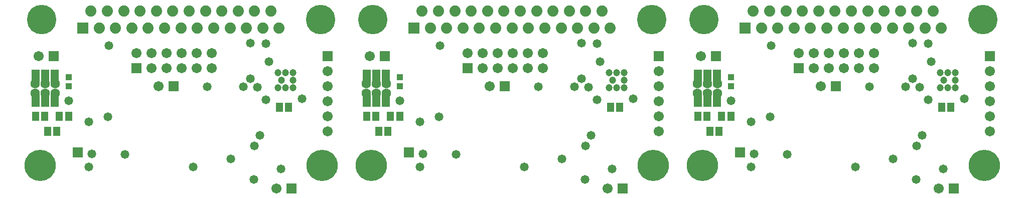
<source format=gbs>
%FSLAX24Y24*%
%MOIN*%
G70*
G01*
G75*
G04 Layer_Color=16711935*
%ADD10O,0.0940X0.0250*%
%ADD11R,0.0940X0.0250*%
%ADD12R,0.0385X0.0520*%
%ADD13R,0.0520X0.0385*%
%ADD14R,0.0787X0.0315*%
%ADD15R,0.1102X0.0315*%
%ADD16R,0.0315X0.0787*%
%ADD17R,0.0748X0.1339*%
%ADD18O,0.0138X0.0512*%
%ADD19O,0.0512X0.0138*%
%ADD20R,0.0906X0.0906*%
%ADD21R,0.0270X0.0270*%
%ADD22R,0.0320X0.0360*%
%ADD23R,0.0400X0.0140*%
%ADD24R,0.0600X0.0600*%
%ADD25C,0.0250*%
%ADD26C,0.0120*%
%ADD27R,0.0591X0.0591*%
%ADD28C,0.0591*%
%ADD29C,0.2000*%
%ADD30C,0.0551*%
%ADD31C,0.0394*%
%ADD32R,0.0591X0.0591*%
%ADD33C,0.0665*%
%ADD34R,0.0665X0.0665*%
%ADD35C,0.1874*%
%ADD36C,0.0500*%
%ADD37R,0.0480X0.0787*%
%ADD38C,0.0030*%
%ADD39C,0.0098*%
%ADD40C,0.0080*%
%ADD41C,0.0079*%
%ADD42C,0.0197*%
%ADD43C,0.0100*%
%ADD44C,0.0050*%
%ADD45C,0.0059*%
%ADD46O,0.1020X0.0330*%
%ADD47R,0.1020X0.0330*%
%ADD48R,0.0465X0.0600*%
%ADD49R,0.0600X0.0465*%
%ADD50R,0.0867X0.0395*%
%ADD51R,0.1182X0.0395*%
%ADD52R,0.0395X0.0867*%
%ADD53R,0.0828X0.1419*%
%ADD54O,0.0218X0.0592*%
%ADD55O,0.0592X0.0218*%
%ADD56R,0.0986X0.0986*%
%ADD57R,0.0350X0.0350*%
%ADD58R,0.0400X0.0440*%
%ADD59R,0.0480X0.0220*%
%ADD60R,0.0680X0.0680*%
%ADD61R,0.0671X0.0671*%
%ADD62C,0.0671*%
%ADD63C,0.2080*%
%ADD64C,0.0631*%
%ADD65C,0.0474*%
%ADD66R,0.0671X0.0671*%
%ADD67C,0.0745*%
%ADD68R,0.0745X0.0745*%
%ADD69C,0.1954*%
%ADD70C,0.0580*%
%ADD71R,0.0560X0.0867*%
D48*
X12500Y15180D02*
D03*
X13125D02*
D03*
X11700Y16180D02*
D03*
X12325D02*
D03*
X13900D02*
D03*
X13275D02*
D03*
X27900Y16780D02*
D03*
X28525D02*
D03*
X34500Y15180D02*
D03*
X35125D02*
D03*
X33700Y16180D02*
D03*
X34325D02*
D03*
X35900D02*
D03*
X35275D02*
D03*
X49900Y16780D02*
D03*
X50525D02*
D03*
X56500Y15180D02*
D03*
X57125D02*
D03*
X55700Y16180D02*
D03*
X56325D02*
D03*
X57900D02*
D03*
X57275D02*
D03*
X71900Y16780D02*
D03*
X72525D02*
D03*
D58*
X13900Y18780D02*
D03*
Y18180D02*
D03*
X35900Y18780D02*
D03*
Y18180D02*
D03*
X57900Y18780D02*
D03*
Y18180D02*
D03*
D61*
X28700Y11380D02*
D03*
X20870Y18180D02*
D03*
X18400Y19360D02*
D03*
X12900Y20180D02*
D03*
X50700Y11380D02*
D03*
X42870Y18180D02*
D03*
X40400Y19360D02*
D03*
X34900Y20180D02*
D03*
X72700Y11380D02*
D03*
X64870Y18180D02*
D03*
X62400Y19360D02*
D03*
X56900Y20180D02*
D03*
D62*
X27700Y11380D02*
D03*
X31100Y19180D02*
D03*
Y18180D02*
D03*
Y17180D02*
D03*
Y16180D02*
D03*
Y15180D02*
D03*
X19870Y18180D02*
D03*
X23400Y20360D02*
D03*
X22400D02*
D03*
X21400D02*
D03*
X20400D02*
D03*
X19400D02*
D03*
X18400D02*
D03*
X23400Y19360D02*
D03*
X22400D02*
D03*
X21400D02*
D03*
X19400D02*
D03*
X20400D02*
D03*
X11900Y20180D02*
D03*
X49700Y11380D02*
D03*
X53100Y19180D02*
D03*
Y18180D02*
D03*
Y17180D02*
D03*
Y16180D02*
D03*
Y15180D02*
D03*
X41870Y18180D02*
D03*
X45400Y20360D02*
D03*
X44400D02*
D03*
X43400D02*
D03*
X42400D02*
D03*
X41400D02*
D03*
X40400D02*
D03*
X45400Y19360D02*
D03*
X44400D02*
D03*
X43400D02*
D03*
X41400D02*
D03*
X42400D02*
D03*
X33900Y20180D02*
D03*
X71700Y11380D02*
D03*
X75100Y19180D02*
D03*
Y18180D02*
D03*
Y17180D02*
D03*
Y16180D02*
D03*
Y15180D02*
D03*
X63870Y18180D02*
D03*
X67400Y20360D02*
D03*
X66400D02*
D03*
X65400D02*
D03*
X64400D02*
D03*
X63400D02*
D03*
X62400D02*
D03*
X67400Y19360D02*
D03*
X66400D02*
D03*
X65400D02*
D03*
X63400D02*
D03*
X64400D02*
D03*
X55900Y20180D02*
D03*
D63*
X30732Y12900D02*
D03*
X12008D02*
D03*
X52732D02*
D03*
X34008D02*
D03*
X74732D02*
D03*
X56008D02*
D03*
D64*
X11680Y17697D02*
D03*
X12340D02*
D03*
X12999D02*
D03*
Y18347D02*
D03*
X12340D02*
D03*
X11680D02*
D03*
X33680Y17697D02*
D03*
X34340D02*
D03*
X34999D02*
D03*
Y18347D02*
D03*
X34340D02*
D03*
X33680D02*
D03*
X55680Y17697D02*
D03*
X56340D02*
D03*
X56999D02*
D03*
Y18347D02*
D03*
X56340D02*
D03*
X55680D02*
D03*
D65*
X28800Y18580D02*
D03*
X28040D02*
D03*
X28300Y19080D02*
D03*
Y18080D02*
D03*
X28800D02*
D03*
Y19080D02*
D03*
X27800Y18080D02*
D03*
Y19080D02*
D03*
X50800Y18580D02*
D03*
X50040D02*
D03*
X50300Y19080D02*
D03*
Y18080D02*
D03*
X50800D02*
D03*
Y19080D02*
D03*
X49800Y18080D02*
D03*
Y19080D02*
D03*
X72800Y18580D02*
D03*
X72040D02*
D03*
X72300Y19080D02*
D03*
Y18080D02*
D03*
X72800D02*
D03*
Y19080D02*
D03*
X71800Y18080D02*
D03*
Y19080D02*
D03*
D66*
X31100Y20180D02*
D03*
X14500Y13780D02*
D03*
X53100Y20180D02*
D03*
X36500Y13780D02*
D03*
X75100Y20180D02*
D03*
X58500Y13780D02*
D03*
D67*
X27892Y22041D02*
D03*
X27349Y23159D02*
D03*
X26805Y22041D02*
D03*
X26262Y23159D02*
D03*
X25718Y22041D02*
D03*
X25175Y23159D02*
D03*
X24631Y22041D02*
D03*
X24088Y23159D02*
D03*
X23544Y22041D02*
D03*
X23001Y23159D02*
D03*
X22457Y22041D02*
D03*
X21914Y23159D02*
D03*
X21370Y22041D02*
D03*
X20826Y23159D02*
D03*
X20283Y22041D02*
D03*
X19739Y23159D02*
D03*
X19196Y22041D02*
D03*
X18652Y23159D02*
D03*
X18109Y22041D02*
D03*
X17565Y23159D02*
D03*
X17022Y22041D02*
D03*
X16478Y23159D02*
D03*
X15935Y22041D02*
D03*
X15391Y23159D02*
D03*
X49892Y22041D02*
D03*
X49349Y23159D02*
D03*
X48805Y22041D02*
D03*
X48262Y23159D02*
D03*
X47718Y22041D02*
D03*
X47175Y23159D02*
D03*
X46631Y22041D02*
D03*
X46088Y23159D02*
D03*
X45544Y22041D02*
D03*
X45001Y23159D02*
D03*
X44457Y22041D02*
D03*
X43913Y23159D02*
D03*
X43370Y22041D02*
D03*
X42826Y23159D02*
D03*
X42283Y22041D02*
D03*
X41739Y23159D02*
D03*
X41196Y22041D02*
D03*
X40652Y23159D02*
D03*
X40109Y22041D02*
D03*
X39565Y23159D02*
D03*
X39022Y22041D02*
D03*
X38478Y23159D02*
D03*
X37935Y22041D02*
D03*
X37391Y23159D02*
D03*
X71892Y22041D02*
D03*
X71349Y23159D02*
D03*
X70805Y22041D02*
D03*
X70262Y23159D02*
D03*
X69718Y22041D02*
D03*
X69175Y23159D02*
D03*
X68631Y22041D02*
D03*
X68088Y23159D02*
D03*
X67544Y22041D02*
D03*
X67001Y23159D02*
D03*
X66457Y22041D02*
D03*
X65914Y23159D02*
D03*
X65370Y22041D02*
D03*
X64826Y23159D02*
D03*
X64283Y22041D02*
D03*
X63739Y23159D02*
D03*
X63196Y22041D02*
D03*
X62652Y23159D02*
D03*
X62109Y22041D02*
D03*
X61565Y23159D02*
D03*
X61022Y22041D02*
D03*
X60478Y23159D02*
D03*
X59935Y22041D02*
D03*
X59391Y23159D02*
D03*
D68*
X14848Y22041D02*
D03*
X36848D02*
D03*
X58848D02*
D03*
D69*
X12108Y22600D02*
D03*
X30632D02*
D03*
X34108D02*
D03*
X52632D02*
D03*
X56108D02*
D03*
X74632D02*
D03*
D70*
X23120Y18130D02*
D03*
X22170Y12790D02*
D03*
X15460Y13650D02*
D03*
X16580Y20870D02*
D03*
X27000Y17270D02*
D03*
X25510Y18120D02*
D03*
X26440Y18100D02*
D03*
X26240Y14190D02*
D03*
X15260Y12790D02*
D03*
X28000Y12660D02*
D03*
X26230Y11970D02*
D03*
X13900Y17210D02*
D03*
X24690Y13320D02*
D03*
X17650Y13640D02*
D03*
X15240Y15810D02*
D03*
X27200Y19790D02*
D03*
X26630Y14890D02*
D03*
X25990Y21020D02*
D03*
Y18650D02*
D03*
X29430Y17320D02*
D03*
X27020Y21000D02*
D03*
X16520Y16130D02*
D03*
X45120Y18130D02*
D03*
X44170Y12790D02*
D03*
X37460Y13650D02*
D03*
X38580Y20870D02*
D03*
X49000Y17270D02*
D03*
X47510Y18120D02*
D03*
X48440Y18100D02*
D03*
X48240Y14190D02*
D03*
X37260Y12790D02*
D03*
X50000Y12660D02*
D03*
X48230Y11970D02*
D03*
X35900Y17210D02*
D03*
X46690Y13320D02*
D03*
X39650Y13640D02*
D03*
X37240Y15810D02*
D03*
X49200Y19790D02*
D03*
X48630Y14890D02*
D03*
X47990Y21020D02*
D03*
Y18650D02*
D03*
X51430Y17320D02*
D03*
X49020Y21000D02*
D03*
X38520Y16130D02*
D03*
X67120Y18130D02*
D03*
X66170Y12790D02*
D03*
X59460Y13650D02*
D03*
X60580Y20870D02*
D03*
X71000Y17270D02*
D03*
X69510Y18120D02*
D03*
X70440Y18100D02*
D03*
X70240Y14190D02*
D03*
X59260Y12790D02*
D03*
X72000Y12660D02*
D03*
X70230Y11970D02*
D03*
X57900Y17210D02*
D03*
X68690Y13320D02*
D03*
X61650Y13640D02*
D03*
X59240Y15810D02*
D03*
X71200Y19790D02*
D03*
X70630Y14890D02*
D03*
X69990Y21020D02*
D03*
Y18650D02*
D03*
X73430Y17320D02*
D03*
X71020Y21000D02*
D03*
X60520Y16130D02*
D03*
D71*
X11700Y17223D02*
D03*
X12338D02*
D03*
X12976D02*
D03*
Y18819D02*
D03*
X12338D02*
D03*
X11700D02*
D03*
X33700Y17223D02*
D03*
X34338D02*
D03*
X34976D02*
D03*
Y18819D02*
D03*
X34338D02*
D03*
X33700D02*
D03*
X55700Y17223D02*
D03*
X56338D02*
D03*
X56976D02*
D03*
Y18819D02*
D03*
X56338D02*
D03*
X55700D02*
D03*
M02*

</source>
